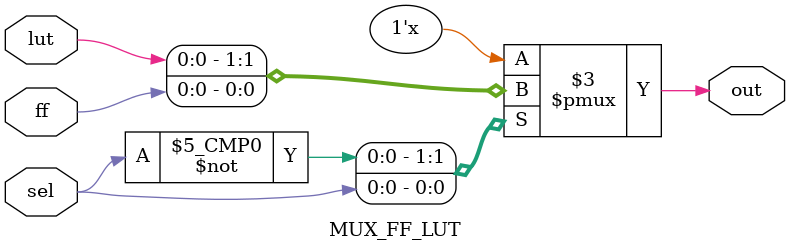
<source format=v>
module MUX_FF_LUT(lut,ff,sel,out);
input lut,ff,sel;
output  reg out;
initial out=0;
always@(*)
begin
case (sel)
1'b0:  out = lut;
1'b1:  out = ff;
//default : out <= lut;
endcase
end
endmodule
</source>
